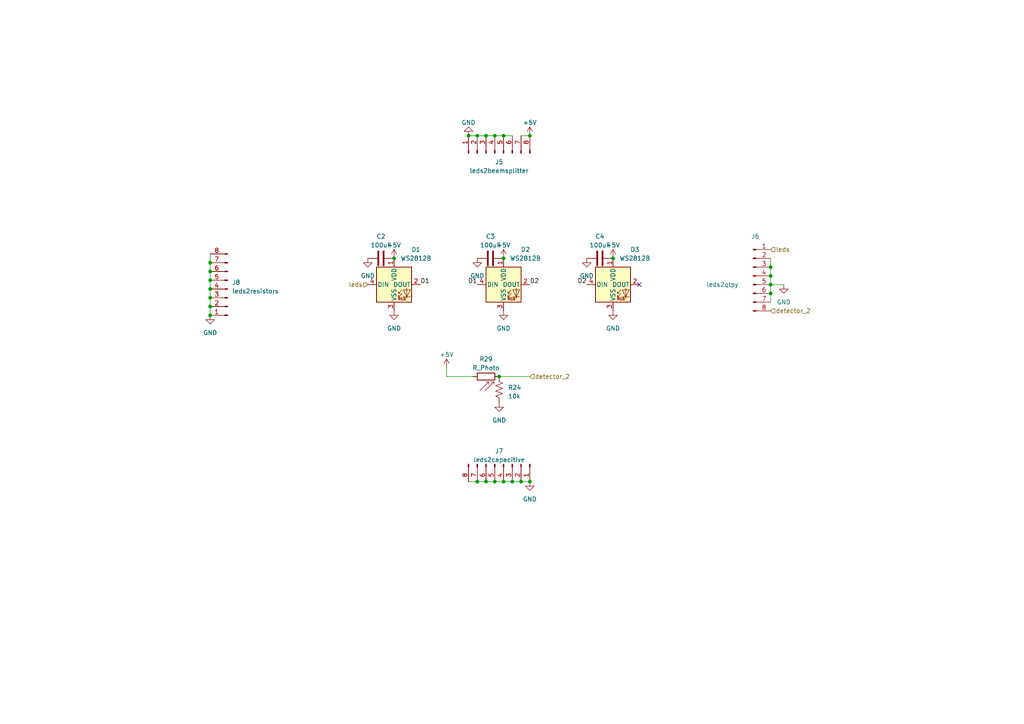
<source format=kicad_sch>
(kicad_sch (version 20230121) (generator eeschema)
  (paper "A4")
  (lib_symbols
    (symbol "Connector:Conn_01x08_Pin" (pin_names (offset 1.016) hide)
      (property "Reference" "J" (at 0 10.16 0))
      (property "Value" "Conn_01x08_Pin" (at 0 -12.7 0))
      (symbol "Conn_01x08_Pin_1_1"
        (polyline (pts (xy 1.27 -10.16) (xy 0.8636 -10.16)) (stroke (width 0.1524)))
        (polyline (pts (xy 1.27 -7.62) (xy 0.8636 -7.62)) (stroke (width 0.1524)))
        (polyline (pts (xy 1.27 -5.08) (xy 0.8636 -5.08)) (stroke (width 0.1524)))
        (polyline (pts (xy 1.27 -2.54) (xy 0.8636 -2.54)) (stroke (width 0.1524)))
        (polyline (pts (xy 1.27 0) (xy 0.8636 0)) (stroke (width 0.1524)))
        (polyline (pts (xy 1.27 2.54) (xy 0.8636 2.54)) (stroke (width 0.1524)))
        (polyline (pts (xy 1.27 5.08) (xy 0.8636 5.08)) (stroke (width 0.1524)))
        (polyline (pts (xy 1.27 7.62) (xy 0.8636 7.62)) (stroke (width 0.1524)))
        (rectangle (start 0.8636 -10.033) (end 0 -10.287) (stroke (width 0.1524)) (fill (type outline)))
        (rectangle (start 0.8636 -7.493) (end 0 -7.747) (stroke (width 0.1524)) (fill (type outline)))
        (rectangle (start 0.8636 -4.953) (end 0 -5.207) (stroke (width 0.1524)) (fill (type outline)))
        (rectangle (start 0.8636 -2.413) (end 0 -2.667) (stroke (width 0.1524)) (fill (type outline)))
        (rectangle (start 0.8636 0.127) (end 0 -0.127) (stroke (width 0.1524)) (fill (type outline)))
        (rectangle (start 0.8636 2.667) (end 0 2.413) (stroke (width 0.1524)) (fill (type outline)))
        (rectangle (start 0.8636 5.207) (end 0 4.953) (stroke (width 0.1524)) (fill (type outline)))
        (rectangle (start 0.8636 7.747) (end 0 7.493) (stroke (width 0.1524)) (fill (type outline)))
        (pin passive line (at 5.08 7.62 180) (length 3.81) (name "Pin_1") (number "1"))
        (pin passive line (at 5.08 5.08 180) (length 3.81) (name "Pin_2") (number "2"))
        (pin passive line (at 5.08 2.54 180) (length 3.81) (name "Pin_3") (number "3"))
        (pin passive line (at 5.08 0 180) (length 3.81) (name "Pin_4") (number "4"))
        (pin passive line (at 5.08 -2.54 180) (length 3.81) (name "Pin_5") (number "5"))
        (pin passive line (at 5.08 -5.08 180) (length 3.81) (name "Pin_6") (number "6"))
        (pin passive line (at 5.08 -7.62 180) (length 3.81) (name "Pin_7") (number "7"))
        (pin passive line (at 5.08 -10.16 180) (length 3.81) (name "Pin_8") (number "8"))
      )
    )
    (symbol "Device:C" (pin_numbers hide) (pin_names (offset 0.254))
      (property "Reference" "C" (at 0.635 2.54 0))
      (property "Value" "C" (at 0.635 -2.54 0))
      (symbol "C_0_1"
        (polyline (pts (xy -2.032 -0.762) (xy 2.032 -0.762)) (stroke (width 0.508)))
        (polyline (pts (xy -2.032 0.762) (xy 2.032 0.762)) (stroke (width 0.508)))
      )
      (symbol "C_1_1"
        (pin passive line (at 0 3.81 270) (length 2.794) (name "~") (number "1"))
        (pin passive line (at 0 -3.81 90) (length 2.794) (name "~") (number "2"))
      )
    )
    (symbol "Device:R_Photo" (pin_numbers hide) (pin_names (offset 0))
      (property "Reference" "R" (at 1.27 1.27 0))
      (property "Value" "R_Photo" (at 1.27 0 0))
      (symbol "R_Photo_0_1"
        (rectangle (start -1.016 2.54) (end 1.016 -2.54) (stroke (width 0.254)))
        (polyline (pts (xy -1.524 -2.286) (xy -4.064 0.254)))
        (polyline (pts (xy -1.524 -2.286) (xy -2.286 -2.286)))
        (polyline (pts (xy -1.524 -2.286) (xy -1.524 -1.524)))
        (polyline (pts (xy -1.524 -0.762) (xy -4.064 1.778)))
        (polyline (pts (xy -1.524 -0.762) (xy -2.286 -0.762)))
        (polyline (pts (xy -1.524 -0.762) (xy -1.524 0)))
      )
      (symbol "R_Photo_1_1"
        (pin passive line (at 0 3.81 270) (length 1.27) (name "~") (number "1"))
        (pin passive line (at 0 -3.81 90) (length 1.27) (name "~") (number "2"))
      )
    )
    (symbol "Device:R_US" (pin_numbers hide) (pin_names (offset 0))
      (property "Reference" "R" (at 2.54 0 90))
      (property "Value" "R_US" (at -2.54 0 90))
      (symbol "R_US_0_1"
        (polyline (pts (xy 0 -2.286) (xy 0 -2.54)))
        (polyline (pts (xy 0 2.286) (xy 0 2.54)))
        (polyline (pts (xy 0 -0.762) (xy 1.016 -1.143) (xy 0 -1.524) (xy -1.016 -1.905) (xy 0 -2.286)))
        (polyline (pts (xy 0 0.762) (xy 1.016 0.381) (xy 0 0) (xy -1.016 -0.381) (xy 0 -0.762)))
        (polyline (pts (xy 0 2.286) (xy 1.016 1.905) (xy 0 1.524) (xy -1.016 1.143) (xy 0 0.762)))
      )
      (symbol "R_US_1_1"
        (pin passive line (at 0 3.81 270) (length 1.27) (name "~") (number "1"))
        (pin passive line (at 0 -3.81 90) (length 1.27) (name "~") (number "2"))
      )
    )
    (symbol "LED:WS2812B" (pin_names (offset 0.254))
      (property "Reference" "D" (at 5.08 5.715 0))
      (property "Value" "WS2812B" (at 1.27 -5.715 0))
      (symbol "WS2812B_0_0"
        (text "RGB" (at 2.286 -4.191 0) (effects (font (size 0.762 0.762))))
      )
      (symbol "WS2812B_0_1"
        (polyline (pts (xy 1.27 -3.556) (xy 1.778 -3.556)))
        (polyline (pts (xy 1.27 -2.54) (xy 1.778 -2.54)))
        (polyline (pts (xy 4.699 -3.556) (xy 2.667 -3.556)))
        (polyline (pts (xy 2.286 -2.54) (xy 1.27 -3.556) (xy 1.27 -3.048)))
        (polyline (pts (xy 2.286 -1.524) (xy 1.27 -2.54) (xy 1.27 -2.032)))
        (polyline (pts (xy 3.683 -1.016) (xy 3.683 -3.556) (xy 3.683 -4.064)))
        (polyline (pts (xy 4.699 -1.524) (xy 2.667 -1.524) (xy 3.683 -3.556) (xy 4.699 -1.524)))
        (rectangle (start 5.08 5.08) (end -5.08 -5.08) (stroke (width 0.254)) (fill (type background)))
      )
      (symbol "WS2812B_1_1"
        (pin power_in line (at 0 7.62 270) (length 2.54) (name "VDD") (number "1"))
        (pin output line (at 7.62 0 180) (length 2.54) (name "DOUT") (number "2"))
        (pin power_in line (at 0 -7.62 90) (length 2.54) (name "VSS") (number "3"))
        (pin input line (at -7.62 0 0) (length 2.54) (name "DIN") (number "4"))
      )
    )
    (symbol "power:+5V" (power) (pin_names (offset 0))
      (property "Value" "+5V" (at 0 3.556 0))
      (symbol "+5V_0_1"
        (polyline (pts (xy -0.762 1.27) (xy 0 2.54)))
        (polyline (pts (xy 0 0) (xy 0 2.54)))
        (polyline (pts (xy 0 2.54) (xy 0.762 1.27)))
      )
      (symbol "+5V_1_1"
        (pin power_in line (at 0 0 90) (length 0) hide (name "+5V") (number "1"))
      )
    )
    (symbol "power:GND" (power) (pin_names (offset 0))
      (property "Value" "GND" (at 0 -3.81 0))
      (symbol "GND_0_1"
        (polyline (pts (xy 0 0) (xy 0 -1.27) (xy 1.27 -1.27) (xy 0 -2.54) (xy -1.27 -1.27) (xy 0 -1.27)))
      )
      (symbol "GND_1_1"
        (pin power_in line (at 0 0 270) (length 0) hide (name "GND") (number "1"))
      )
    )
  )
  (junction (at 223.52 80.01))
  (junction (at 135.89 39.37))
  (junction (at 138.43 139.7))
  (junction (at 143.51 139.7))
  (junction (at 153.67 39.37))
  (junction (at 60.96 91.44))
  (junction (at 146.05 39.37))
  (junction (at 140.97 39.37))
  (junction (at 177.8 74.93))
  (junction (at 140.97 139.7))
  (junction (at 223.52 85.09))
  (junction (at 146.05 74.93))
  (junction (at 60.96 86.36))
  (junction (at 143.51 39.37))
  (junction (at 60.96 83.82))
  (junction (at 146.05 139.7))
  (junction (at 223.52 77.47))
  (junction (at 60.96 81.28))
  (junction (at 60.96 88.9))
  (junction (at 148.59 139.7))
  (junction (at 223.52 82.55))
  (junction (at 144.78 109.22))
  (junction (at 138.43 39.37))
  (junction (at 114.3 74.93))
  (junction (at 60.96 78.74))
  (junction (at 151.13 139.7))
  (junction (at 153.67 139.7))
  (junction (at 60.96 76.2))
  (no_connect (at 185.42 82.55))
  (wire (pts (xy 138.43 39.37) (xy 140.97 39.37)))
  (wire (pts (xy 151.13 139.7) (xy 153.67 139.7)))
  (wire (pts (xy 143.51 139.7) (xy 146.05 139.7)))
  (wire (pts (xy 151.13 39.37) (xy 153.67 39.37)))
  (wire (pts (xy 129.54 106.68) (xy 129.54 109.22)))
  (wire (pts (xy 60.96 76.2) (xy 60.96 78.74)))
  (wire (pts (xy 138.43 139.7) (xy 140.97 139.7)))
  (wire (pts (xy 60.96 81.28) (xy 60.96 83.82)))
  (wire (pts (xy 223.52 77.47) (xy 223.52 74.93)))
  (wire (pts (xy 223.52 82.55) (xy 223.52 80.01)))
  (wire (pts (xy 140.97 139.7) (xy 143.51 139.7)))
  (wire (pts (xy 223.52 87.63) (xy 223.52 85.09)))
  (wire (pts (xy 129.54 109.22) (xy 137.16 109.22)))
  (wire (pts (xy 140.97 39.37) (xy 143.51 39.37)))
  (wire (pts (xy 60.96 86.36) (xy 60.96 88.9)))
  (wire (pts (xy 60.96 83.82) (xy 60.96 86.36)))
  (wire (pts (xy 135.89 139.7) (xy 138.43 139.7)))
  (wire (pts (xy 146.05 39.37) (xy 148.59 39.37)))
  (wire (pts (xy 153.67 109.22) (xy 144.78 109.22)))
  (wire (pts (xy 223.52 80.01) (xy 223.52 77.47)))
  (wire (pts (xy 135.89 39.37) (xy 138.43 39.37)))
  (wire (pts (xy 227.33 82.55) (xy 223.52 82.55)))
  (wire (pts (xy 143.51 39.37) (xy 146.05 39.37)))
  (wire (pts (xy 148.59 139.7) (xy 151.13 139.7)))
  (wire (pts (xy 60.96 73.66) (xy 60.96 76.2)))
  (wire (pts (xy 223.52 85.09) (xy 223.52 82.55)))
  (wire (pts (xy 60.96 78.74) (xy 60.96 81.28)))
  (wire (pts (xy 60.96 88.9) (xy 60.96 91.44)))
  (wire (pts (xy 146.05 139.7) (xy 148.59 139.7)))
  (label "D2" (at 170.18 82.55 180))
  (label "D2" (at 153.67 82.55 0))
  (label "D1" (at 121.92 82.55 0))
  (label "D1" (at 138.43 82.55 180))
  (hierarchical_label "detector_2" (shape input) (at 223.52 90.17 0))
  (hierarchical_label "leds" (shape input) (at 223.52 72.39 0))
  (hierarchical_label "leds" (shape input) (at 106.68 82.55 180))
  (hierarchical_label "detector_2" (shape input) (at 153.67 109.22 0))
  (symbol (lib_id "Device:C") (at 110.49 74.93 90) (unit 1)
    (property "Reference" "C2" (at 110.49 68.58 90))
    (property "Value" "100uF" (at 110.49 71.12 90))
    (property "Footprint" "Capacitor_SMD:C_1206_3216Metric" (effects hide))
    (property "LCSC" "C1525" (effects hide))
    (instances (project "puzzle_cube" (path "" (reference "C2") (unit 1))) (project "flower" (path "" (reference "C1") (unit 1))))
  )
  (symbol (lib_id "power:GND") (at 146.05 90.17 0) (unit 1)
    (property "Reference" "#PWR011" (effects hide))
    (property "Value" "GND" (at 146.05 95.25 0))
    (instances (project "puzzle_cube" (path "" (reference "#PWR011") (unit 1))) (project "flower" (path "" (reference "#PWR02") (unit 1))))
  )
  (symbol (lib_id "Connector:Conn_01x08_Pin") (at 218.44 80.01 0) (unit 1)
    (property "Reference" "J6" (at 219.075 68.58 0))
    (property "Value" "leds2qtpy" (at 209.55 82.55 0))
    (property "Footprint" "Connector_PinHeader_2.54mm:PinHeader_1x08_P2.54mm_Horizontal" (effects hide))
  )
  (symbol (lib_id "power:GND") (at 227.33 82.55 0) (unit 1)
    (property "Reference" "#PWR017" (effects hide))
    (property "Value" "GND" (at 227.33 87.63 0))
    (instances (project "puzzle_cube" (path "" (reference "#PWR017") (unit 1)) (path "" (reference "#PWR018") (unit 1))))
  )
  (symbol (lib_id "Device:R_Photo") (at 140.97 109.22 90) (unit 1)
    (property "Reference" "R29" (at 140.97 104.14 90))
    (property "Value" "R_Photo" (at 140.97 106.68 90))
    (property "Footprint" "Resistor_THT:R_Axial_DIN0204_L3.6mm_D1.6mm_P5.08mm_Horizontal" (effects hide))
  )
  (symbol (lib_id "power:+5V") (at 177.8 74.93 0) (unit 1)
    (property "Reference" "#PWR013" (effects hide))
    (property "Value" "+5V" (at 177.8 71.12 0))
    (instances (project "puzzle_cube" (path "" (reference "#PWR013") (unit 1))) (project "flower" (path "" (reference "#PWR01") (unit 1))))
  )
  (symbol (lib_id "power:+5V") (at 129.54 106.68 0) (unit 1)
    (property "Reference" "#PWR021" (effects hide))
    (property "Value" "+5V" (at 129.54 102.87 0))
    (instances (project "puzzle_cube" (path "" (reference "#PWR021") (unit 1)) (path "" (reference "#PWR023") (unit 1))))
  )
  (symbol (lib_id "Connector:Conn_01x08_Pin") (at 66.04 83.82 180) (unit 1)
    (property "Reference" "J8" (at 67.31 81.915 0) (effects (justify right)))
    (property "Value" "leds2resistors" (at 67.31 84.455 0) (effects (justify right)))
    (property "Footprint" "Connector_PinHeader_2.54mm:PinHeader_1x08_P2.54mm_Horizontal" (effects hide))
  )
  (symbol (lib_id "power:+5V") (at 114.3 74.93 0) (unit 1)
    (property "Reference" "#PWR07" (effects hide))
    (property "Value" "+5V" (at 114.3 71.12 0))
    (instances (project "puzzle_cube" (path "" (reference "#PWR07") (unit 1))) (project "flower" (path "" (reference "#PWR01") (unit 1))))
  )
  (symbol (lib_id "Device:C") (at 142.24 74.93 90) (unit 1)
    (property "Reference" "C3" (at 142.24 68.58 90))
    (property "Value" "100uF" (at 142.24 71.12 90))
    (property "Footprint" "Capacitor_SMD:C_1206_3216Metric" (effects hide))
    (property "LCSC" "C1525" (effects hide))
    (instances (project "puzzle_cube" (path "" (reference "C3") (unit 1))) (project "flower" (path "" (reference "C1") (unit 1))))
  )
  (symbol (lib_id "LED:WS2812B") (at 146.05 82.55 0) (unit 1)
    (property "Reference" "D2" (at 152.4 72.39 0))
    (property "Value" "WS2812B" (at 152.4 74.93 0))
    (property "Footprint" "LED_SMD:LED_WS2812B_PLCC4_5.0x5.0mm_P3.2mm" (effects hide))
    (property "Datasheet" "https://cdn-shop.adafruit.com/datasheets/WS2812B.pdf" (effects hide))
    (instances (project "puzzle_cube" (path "" (reference "D2") (unit 1))) (project "flower" (path "" (reference "D1") (unit 1))))
  )
  (symbol (lib_id "power:GND") (at 106.68 74.93 0) (unit 1)
    (property "Reference" "#PWR06" (effects hide))
    (property "Value" "GND" (at 106.68 80.01 0))
    (instances (project "puzzle_cube" (path "" (reference "#PWR06") (unit 1))) (project "flower" (path "" (reference "#PWR059") (unit 1))))
  )
  (symbol (lib_id "power:+5V") (at 146.05 74.93 0) (unit 1)
    (property "Reference" "#PWR010" (effects hide))
    (property "Value" "+5V" (at 146.05 71.12 0))
    (instances (project "puzzle_cube" (path "" (reference "#PWR010") (unit 1))) (project "flower" (path "" (reference "#PWR01") (unit 1))))
  )
  (symbol (lib_id "Connector:Conn_01x08_Pin") (at 143.51 44.45 90) (unit 1)
    (property "Reference" "J5" (at 144.78 46.99 90))
    (property "Value" "leds2beamsplitter" (at 144.78 49.53 90))
    (property "Footprint" "Connector_PinHeader_2.54mm:PinHeader_1x08_P2.54mm_Horizontal" (effects hide))
  )
  (symbol (lib_id "power:GND") (at 177.8 90.17 0) (unit 1)
    (property "Reference" "#PWR014" (effects hide))
    (property "Value" "GND" (at 177.8 95.25 0))
    (instances (project "puzzle_cube" (path "" (reference "#PWR014") (unit 1))) (project "flower" (path "" (reference "#PWR02") (unit 1))))
  )
  (symbol (lib_id "power:GND") (at 170.18 74.93 0) (unit 1)
    (property "Reference" "#PWR012" (effects hide))
    (property "Value" "GND" (at 170.18 80.01 0))
    (instances (project "puzzle_cube" (path "" (reference "#PWR012") (unit 1))) (project "flower" (path "" (reference "#PWR059") (unit 1))))
  )
  (symbol (lib_id "power:+5V") (at 153.67 39.37 0) (unit 1)
    (property "Reference" "#PWR015" (effects hide))
    (property "Value" "+5V" (at 153.67 35.56 0))
    (instances (project "qtpy" (path "" (reference "#PWR015") (unit 1))) (project "puzzle_cube" (path "" (reference "#PWR015") (unit 1)) (path "" (reference "#PWR020") (unit 1))))
  )
  (symbol (lib_id "Connector:Conn_01x08_Pin") (at 146.05 134.62 270) (unit 1)
    (property "Reference" "J7" (at 144.78 130.81 90))
    (property "Value" "leds2capacitive" (at 144.78 133.35 90))
    (property "Footprint" "Connector_PinHeader_2.54mm:PinHeader_1x08_P2.54mm_Horizontal" (effects hide))
  )
  (symbol (lib_id "power:GND") (at 144.78 116.84 0) (unit 1)
    (property "Reference" "#PWR022" (effects hide))
    (property "Value" "GND" (at 144.78 121.92 0))
    (instances (project "puzzle_cube" (path "" (reference "#PWR022") (unit 1)) (path "" (reference "#PWR024") (unit 1))))
  )
  (symbol (lib_id "power:GND") (at 60.96 91.44 0) (unit 1)
    (property "Reference" "#PWR022" (effects hide))
    (property "Value" "GND" (at 60.96 96.52 0))
    (instances (project "puzzle_cube" (path "" (reference "#PWR022") (unit 1)) (path "" (reference "#PWR042") (unit 1))))
  )
  (symbol (lib_id "power:GND") (at 153.67 139.7 0) (unit 1)
    (property "Reference" "#PWR034" (effects hide))
    (property "Value" "GND" (at 153.67 144.78 0))
  )
  (symbol (lib_id "LED:WS2812B") (at 114.3 82.55 0) (unit 1)
    (property "Reference" "D1" (at 120.65 72.39 0))
    (property "Value" "WS2812B" (at 120.65 74.93 0))
    (property "Footprint" "LED_SMD:LED_WS2812B_PLCC4_5.0x5.0mm_P3.2mm" (effects hide))
    (property "Datasheet" "https://cdn-shop.adafruit.com/datasheets/WS2812B.pdf" (effects hide))
  )
  (symbol (lib_id "power:GND") (at 138.43 74.93 0) (unit 1)
    (property "Reference" "#PWR09" (effects hide))
    (property "Value" "GND" (at 138.43 80.01 0))
    (instances (project "puzzle_cube" (path "" (reference "#PWR09") (unit 1))) (project "flower" (path "" (reference "#PWR059") (unit 1))))
  )
  (symbol (lib_id "power:GND") (at 135.89 39.37 180) (unit 1)
    (property "Reference" "#PWR016" (effects hide))
    (property "Value" "GND" (at 135.89 35.56 0))
    (instances (project "qtpy" (path "" (reference "#PWR016") (unit 1))) (project "puzzle_cube" (path "" (reference "#PWR016") (unit 1)) (path "" (reference "#PWR019") (unit 1))))
  )
  (symbol (lib_id "LED:WS2812B") (at 177.8 82.55 0) (unit 1)
    (property "Reference" "D3" (at 184.15 72.39 0))
    (property "Value" "WS2812B" (at 184.15 74.93 0))
    (property "Footprint" "LED_SMD:LED_WS2812B_PLCC4_5.0x5.0mm_P3.2mm" (effects hide))
    (property "Datasheet" "https://cdn-shop.adafruit.com/datasheets/WS2812B.pdf" (effects hide))
    (instances (project "puzzle_cube" (path "" (reference "D3") (unit 1))) (project "flower" (path "" (reference "D1") (unit 1))))
  )
  (symbol (lib_id "power:GND") (at 114.3 90.17 0) (unit 1)
    (property "Reference" "#PWR08" (effects hide))
    (property "Value" "GND" (at 114.3 95.25 0))
    (instances (project "puzzle_cube" (path "" (reference "#PWR08") (unit 1))) (project "flower" (path "" (reference "#PWR02") (unit 1))))
  )
  (symbol (lib_id "Device:R_US") (at 144.78 113.03 0) (unit 1)
    (property "Reference" "R24" (at 147.32 112.395 0) (effects (justify left)))
    (property "Value" "10k" (at 147.32 114.935 0) (effects (justify left)))
    (property "Footprint" "Resistor_SMD:R_0805_2012Metric_Pad1.20x1.40mm_HandSolder" (effects hide))
    (instances (project "puzzle_cube" (path "" (reference "R24") (unit 1)) (path "" (reference "R25") (unit 1))))
  )
  (symbol (lib_id "Device:C") (at 173.99 74.93 90) (unit 1)
    (property "Reference" "C4" (at 173.99 68.58 90))
    (property "Value" "100uF" (at 173.99 71.12 90))
    (property "Footprint" "Capacitor_SMD:C_1206_3216Metric" (effects hide))
    (property "LCSC" "C1525" (effects hide))
    (instances (project "puzzle_cube" (path "" (reference "C4") (unit 1))) (project "flower" (path "" (reference "C1") (unit 1))))
  )
)
</source>
